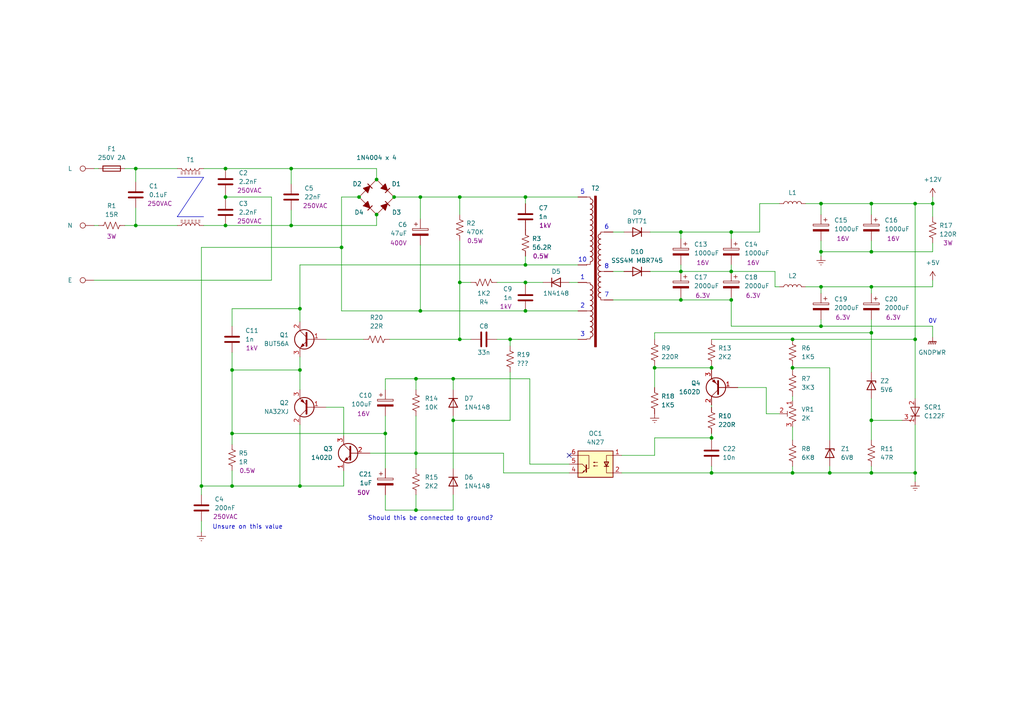
<source format=kicad_sch>
(kicad_sch (version 20230121) (generator eeschema)
  (paper "A4")
  (title_block (title "Dick Smith Cat Power Supply") (comment 2 "Schematic Redrawn by Rhys Weatherley"))
  (lib_symbols
    (symbol "Connector:TestPoint" (pin_numbers hide) (pin_names (offset 0.762) hide)
      (property "Reference" "TP" (at 0 6.858 0))
      (property "Value" "TestPoint" (at 0 5.08 0))
      (symbol "TestPoint_0_1"
        (circle (center 0 3.302) (radius 0.762))
      )
      (symbol "TestPoint_1_1"
        (pin passive line (at 0 0 90) (length 2.54) (name "1") (number "1"))
      )
    )
    (symbol "Device:C" (pin_numbers hide) (pin_names (offset 0.254))
      (property "Reference" "C" (at 0.635 2.54 0))
      (property "Value" "C" (at 0.635 -2.54 0))
      (symbol "C_0_1"
        (polyline (pts (xy -2.032 -0.762) (xy 2.032 -0.762)) (stroke (width 0.508)))
        (polyline (pts (xy -2.032 0.762) (xy 2.032 0.762)) (stroke (width 0.508)))
      )
      (symbol "C_1_1"
        (pin passive line (at 0 3.81 270) (length 2.794) (name "~") (number "1"))
        (pin passive line (at 0 -3.81 90) (length 2.794) (name "~") (number "2"))
      )
    )
    (symbol "Device:C_Polarized" (pin_numbers hide) (pin_names (offset 0.254))
      (property "Reference" "C" (at 0.635 2.54 0))
      (property "Value" "C_Polarized" (at 0.635 -2.54 0))
      (symbol "C_Polarized_0_1"
        (rectangle (start -2.286 0.508) (end 2.286 1.016))
        (polyline (pts (xy -1.778 2.286) (xy -0.762 2.286)))
        (polyline (pts (xy -1.27 2.794) (xy -1.27 1.778)))
        (rectangle (start 2.286 -0.508) (end -2.286 -1.016) (fill (type outline)))
      )
      (symbol "C_Polarized_1_1"
        (pin passive line (at 0 3.81 270) (length 2.794) (name "~") (number "1"))
        (pin passive line (at 0 -3.81 90) (length 2.794) (name "~") (number "2"))
      )
    )
    (symbol "Device:D" (pin_numbers hide) (pin_names (offset 1.016) hide)
      (property "Reference" "D" (at 0 2.54 0))
      (property "Value" "D" (at 0 -2.54 0))
      (symbol "D_0_1"
        (polyline (pts (xy -1.27 1.27) (xy -1.27 -1.27)) (stroke (width 0.254)))
        (polyline (pts (xy 1.27 0) (xy -1.27 0)))
        (polyline (pts (xy 1.27 1.27) (xy 1.27 -1.27) (xy -1.27 0) (xy 1.27 1.27)) (stroke (width 0.254)))
      )
      (symbol "D_1_1"
        (pin passive line (at -3.81 0 0) (length 2.54) (name "K") (number "1"))
        (pin passive line (at 3.81 0 180) (length 2.54) (name "A") (number "2"))
      )
    )
    (symbol "Device:D_45deg_Filled" (pin_numbers hide) (pin_names (offset 0) hide)
      (property "Reference" "D" (at 1.27 2.54 0))
      (property "Value" "D_45deg_Filled" (at 1.27 0 0))
      (symbol "D_45deg_Filled_0_1"
        (polyline (pts (xy -0.635 0.635) (xy -2.54 2.54)))
        (polyline (pts (xy 0 -1.27) (xy 1.27 0)) (stroke (width 0.254)))
        (polyline (pts (xy 2.54 -2.54) (xy 0.635 -0.635)))
      )
      (symbol "D_45deg_Filled_1_1"
        (polyline (pts (xy -1.27 0) (xy 0 1.27) (xy 0.635 -0.635) (xy -1.27 0)) (stroke (width 0.254)) (fill (type outline)))
        (pin passive line (at 2.54 -2.54 180) (length 0) (name "K") (number "1"))
        (pin passive line (at -2.54 2.54 0) (length 0) (name "A") (number "2"))
      )
    )
    (symbol "Device:D_Zener" (pin_numbers hide) (pin_names (offset 1.016) hide)
      (property "Reference" "D" (at 0 2.54 0))
      (property "Value" "D_Zener" (at 0 -2.54 0))
      (symbol "D_Zener_0_1"
        (polyline (pts (xy 1.27 0) (xy -1.27 0)))
        (polyline (pts (xy -1.27 -1.27) (xy -1.27 1.27) (xy -0.762 1.27)) (stroke (width 0.254)))
        (polyline (pts (xy 1.27 -1.27) (xy 1.27 1.27) (xy -1.27 0) (xy 1.27 -1.27)) (stroke (width 0.254)))
      )
      (symbol "D_Zener_1_1"
        (pin passive line (at -3.81 0 0) (length 2.54) (name "K") (number "1"))
        (pin passive line (at 3.81 0 180) (length 2.54) (name "A") (number "2"))
      )
    )
    (symbol "Device:Fuse" (pin_numbers hide) (pin_names (offset 0))
      (property "Reference" "F" (at 2.032 0 90))
      (property "Value" "Fuse" (at -1.905 0 90))
      (symbol "Fuse_0_1"
        (rectangle (start -0.762 -2.54) (end 0.762 2.54) (stroke (width 0.254)))
        (polyline (pts (xy 0 2.54) (xy 0 -2.54)))
      )
      (symbol "Fuse_1_1"
        (pin passive line (at 0 3.81 270) (length 1.27) (name "~") (number "1"))
        (pin passive line (at 0 -3.81 90) (length 1.27) (name "~") (number "2"))
      )
    )
    (symbol "Device:L" (pin_numbers hide) (pin_names (offset 1.016) hide)
      (property "Reference" "L" (at -1.27 0 90))
      (property "Value" "L" (at 1.905 0 90))
      (symbol "L_0_1"
        (arc (start 0 -2.54) (mid 0.6323 -1.905) (end 0 -1.27))
        (arc (start 0 -1.27) (mid 0.6323 -0.635) (end 0 0))
        (arc (start 0 0) (mid 0.6323 0.635) (end 0 1.27))
        (arc (start 0 1.27) (mid 0.6323 1.905) (end 0 2.54))
      )
      (symbol "L_1_1"
        (pin passive line (at 0 3.81 270) (length 1.27) (name "1") (number "1"))
        (pin passive line (at 0 -3.81 90) (length 1.27) (name "2") (number "2"))
      )
    )
    (symbol "Device:L_Ferrite" (pin_numbers hide) (pin_names (offset 1.016) hide)
      (property "Reference" "L" (at -1.27 0 90))
      (property "Value" "L_Ferrite" (at 2.794 0 90))
      (symbol "L_Ferrite_0_1"
        (arc (start 0 -2.54) (mid 0.6323 -1.905) (end 0 -1.27))
        (arc (start 0 -1.27) (mid 0.6323 -0.635) (end 0 0))
        (polyline (pts (xy 1.016 -2.794) (xy 1.016 -2.286)))
        (polyline (pts (xy 1.016 -1.778) (xy 1.016 -1.27)))
        (polyline (pts (xy 1.016 -0.762) (xy 1.016 -0.254)))
        (polyline (pts (xy 1.016 0.254) (xy 1.016 0.762)))
        (polyline (pts (xy 1.016 1.27) (xy 1.016 1.778)))
        (polyline (pts (xy 1.016 2.286) (xy 1.016 2.794)))
        (polyline (pts (xy 1.524 -2.286) (xy 1.524 -2.794)))
        (polyline (pts (xy 1.524 -1.27) (xy 1.524 -1.778)))
        (polyline (pts (xy 1.524 -0.254) (xy 1.524 -0.762)))
        (polyline (pts (xy 1.524 0.762) (xy 1.524 0.254)))
        (polyline (pts (xy 1.524 1.778) (xy 1.524 1.27)))
        (polyline (pts (xy 1.524 2.794) (xy 1.524 2.286)))
        (arc (start 0 0) (mid 0.6323 0.635) (end 0 1.27))
        (arc (start 0 1.27) (mid 0.6323 1.905) (end 0 2.54))
      )
      (symbol "L_Ferrite_1_1"
        (pin passive line (at 0 3.81 270) (length 1.27) (name "1") (number "1"))
        (pin passive line (at 0 -3.81 90) (length 1.27) (name "2") (number "2"))
      )
    )
    (symbol "Device:Q_NPN_BCE" (pin_names (offset 0) hide)
      (property "Reference" "Q" (at 5.08 1.27 0))
      (property "Value" "Q_NPN_BCE" (at 5.08 -1.27 0))
      (symbol "Q_NPN_BCE_0_1"
        (polyline (pts (xy 0.635 0.635) (xy 2.54 2.54)))
        (polyline (pts (xy 0.635 -0.635) (xy 2.54 -2.54) (xy 2.54 -2.54)))
        (polyline (pts (xy 0.635 1.905) (xy 0.635 -1.905) (xy 0.635 -1.905)) (stroke (width 0.508)))
        (polyline (pts (xy 1.27 -1.778) (xy 1.778 -1.27) (xy 2.286 -2.286) (xy 1.27 -1.778) (xy 1.27 -1.778)) (fill (type outline)))
        (circle (center 1.27 0) (radius 2.8194) (stroke (width 0.254)))
      )
      (symbol "Q_NPN_BCE_1_1"
        (pin input line (at -5.08 0 0) (length 5.715) (name "B") (number "1"))
        (pin passive line (at 2.54 5.08 270) (length 2.54) (name "C") (number "2"))
        (pin passive line (at 2.54 -5.08 90) (length 2.54) (name "E") (number "3"))
      )
    )
    (symbol "Device:Q_NPN_EBC" (pin_names (offset 0) hide)
      (property "Reference" "Q" (at 5.08 1.27 0))
      (property "Value" "Q_NPN_EBC" (at 5.08 -1.27 0))
      (symbol "Q_NPN_EBC_0_1"
        (polyline (pts (xy 0.635 0.635) (xy 2.54 2.54)))
        (polyline (pts (xy 0.635 -0.635) (xy 2.54 -2.54) (xy 2.54 -2.54)))
        (polyline (pts (xy 0.635 1.905) (xy 0.635 -1.905) (xy 0.635 -1.905)) (stroke (width 0.508)))
        (polyline (pts (xy 1.27 -1.778) (xy 1.778 -1.27) (xy 2.286 -2.286) (xy 1.27 -1.778) (xy 1.27 -1.778)) (fill (type outline)))
        (circle (center 1.27 0) (radius 2.8194) (stroke (width 0.254)))
      )
      (symbol "Q_NPN_EBC_1_1"
        (pin passive line (at 2.54 -5.08 90) (length 2.54) (name "E") (number "1"))
        (pin passive line (at -5.08 0 0) (length 5.715) (name "B") (number "2"))
        (pin passive line (at 2.54 5.08 270) (length 2.54) (name "C") (number "3"))
      )
    )
    (symbol "Device:Q_PNP_BCE" (pin_names (offset 0) hide)
      (property "Reference" "Q" (at 5.08 1.27 0))
      (property "Value" "Q_PNP_BCE" (at 5.08 -1.27 0))
      (symbol "Q_PNP_BCE_0_1"
        (polyline (pts (xy 0.635 0.635) (xy 2.54 2.54)))
        (polyline (pts (xy 0.635 -0.635) (xy 2.54 -2.54) (xy 2.54 -2.54)))
        (polyline (pts (xy 0.635 1.905) (xy 0.635 -1.905) (xy 0.635 -1.905)) (stroke (width 0.508)))
        (polyline (pts (xy 2.286 -1.778) (xy 1.778 -2.286) (xy 1.27 -1.27) (xy 2.286 -1.778) (xy 2.286 -1.778)) (fill (type outline)))
        (circle (center 1.27 0) (radius 2.8194) (stroke (width 0.254)))
      )
      (symbol "Q_PNP_BCE_1_1"
        (pin input line (at -5.08 0 0) (length 5.715) (name "B") (number "1"))
        (pin passive line (at 2.54 5.08 270) (length 2.54) (name "C") (number "2"))
        (pin passive line (at 2.54 -5.08 90) (length 2.54) (name "E") (number "3"))
      )
    )
    (symbol "Device:Q_SCR_KAG" (pin_names (offset 0) hide)
      (property "Reference" "D" (at 1.905 0.635 0))
      (property "Value" "Q_SCR_KAG" (at 1.905 -1.27 0))
      (symbol "Q_SCR_KAG_0_1"
        (polyline (pts (xy -1.27 -2.54) (xy -0.635 -1.27)))
        (polyline (pts (xy -1.27 -1.27) (xy 1.27 -1.27)) (stroke (width 0.2032)))
        (polyline (pts (xy 0 -2.54) (xy 0 2.54)))
        (polyline (pts (xy -1.27 1.27) (xy 1.27 1.27) (xy 0 -1.27) (xy -1.27 1.27)) (stroke (width 0.2032)))
      )
      (symbol "Q_SCR_KAG_1_1"
        (pin passive line (at 0 -3.81 90) (length 2.54) (name "K") (number "1"))
        (pin passive line (at 0 3.81 270) (length 2.54) (name "A") (number "2"))
        (pin input line (at -3.81 -2.54 0) (length 2.54) (name "G") (number "3"))
      )
    )
    (symbol "Device:R_Potentiometer_Trim_US" (pin_names (offset 1.016) hide)
      (property "Reference" "RV" (at -4.445 0 90))
      (property "Value" "R_Potentiometer_Trim_US" (at -2.54 0 90))
      (symbol "R_Potentiometer_Trim_US_0_1"
        (polyline (pts (xy 0 -2.286) (xy 0 -2.54)))
        (polyline (pts (xy 0 2.286) (xy 0 2.54)))
        (polyline (pts (xy 1.524 0.762) (xy 1.524 -0.762)))
        (polyline (pts (xy 2.54 0) (xy 1.524 0)))
        (polyline (pts (xy 0 -0.762) (xy 1.016 -1.143) (xy 0 -1.524) (xy -1.016 -1.905) (xy 0 -2.286)))
        (polyline (pts (xy 0 0.762) (xy 1.016 0.381) (xy 0 0) (xy -1.016 -0.381) (xy 0 -0.762)))
        (polyline (pts (xy 0 2.286) (xy 1.016 1.905) (xy 0 1.524) (xy -1.016 1.143) (xy 0 0.762)))
      )
      (symbol "R_Potentiometer_Trim_US_1_1"
        (pin passive line (at 0 3.81 270) (length 1.27) (name "1") (number "1"))
        (pin passive line (at 3.81 0 180) (length 1.27) (name "2") (number "2"))
        (pin passive line (at 0 -3.81 90) (length 1.27) (name "3") (number "3"))
      )
    )
    (symbol "Device:R_US" (pin_numbers hide) (pin_names (offset 0))
      (property "Reference" "R" (at 2.54 0 90))
      (property "Value" "R_US" (at -2.54 0 90))
      (symbol "R_US_0_1"
        (polyline (pts (xy 0 -2.286) (xy 0 -2.54)))
        (polyline (pts (xy 0 2.286) (xy 0 2.54)))
        (polyline (pts (xy 0 -0.762) (xy 1.016 -1.143) (xy 0 -1.524) (xy -1.016 -1.905) (xy 0 -2.286)))
        (polyline (pts (xy 0 0.762) (xy 1.016 0.381) (xy 0 0) (xy -1.016 -0.381) (xy 0 -0.762)))
        (polyline (pts (xy 0 2.286) (xy 1.016 1.905) (xy 0 1.524) (xy -1.016 1.143) (xy 0 0.762)))
      )
      (symbol "R_US_1_1"
        (pin passive line (at 0 3.81 270) (length 1.27) (name "~") (number "1"))
        (pin passive line (at 0 -3.81 90) (length 1.27) (name "~") (number "2"))
      )
    )
    (symbol "Diode:1N4148" (pin_numbers hide) (pin_names hide)
      (property "Reference" "D" (at 0 2.54 0))
      (property "Value" "1N4148" (at 0 -2.54 0))
      (symbol "1N4148_0_1"
        (polyline (pts (xy -1.27 1.27) (xy -1.27 -1.27)) (stroke (width 0.254)))
        (polyline (pts (xy 1.27 0) (xy -1.27 0)))
        (polyline (pts (xy 1.27 1.27) (xy 1.27 -1.27) (xy -1.27 0) (xy 1.27 1.27)) (stroke (width 0.254)))
      )
      (symbol "1N4148_1_1"
        (pin passive line (at -3.81 0 0) (length 2.54) (name "K") (number "1"))
        (pin passive line (at 3.81 0 180) (length 2.54) (name "A") (number "2"))
      )
    )
    (symbol "Isolator:4N27" (pin_names (offset 1.016))
      (property "Reference" "U" (at -5.08 5.08 0))
      (property "Value" "4N27" (at 0 5.08 0))
      (symbol "4N27_0_1"
        (rectangle (start -5.08 3.81) (end 5.08 -3.81) (stroke (width 0.254)) (fill (type background)))
        (polyline (pts (xy -3.81 -0.635) (xy -2.54 -0.635)) (stroke (width 0.254)))
        (polyline (pts (xy 2.667 -1.397) (xy 3.81 -2.54)))
        (polyline (pts (xy 2.667 -1.143) (xy 3.81 0)))
        (polyline (pts (xy 3.81 -2.54) (xy 5.08 -2.54)))
        (polyline (pts (xy 3.81 0) (xy 5.08 0)))
        (polyline (pts (xy 2.667 -0.254) (xy 2.667 -2.286) (xy 2.667 -2.286)) (stroke (width 0.3556)))
        (polyline (pts (xy -5.08 -2.54) (xy -3.175 -2.54) (xy -3.175 2.54) (xy -5.08 2.54)))
        (polyline (pts (xy -3.175 -0.635) (xy -3.81 0.635) (xy -2.54 0.635) (xy -3.175 -0.635)) (stroke (width 0.254)))
        (polyline (pts (xy 3.683 -2.413) (xy 3.429 -1.905) (xy 3.175 -2.159) (xy 3.683 -2.413)))
        (polyline (pts (xy 5.08 2.54) (xy 1.905 2.54) (xy 1.905 -1.27) (xy 2.54 -1.27)))
        (polyline (pts (xy -0.635 -0.508) (xy 0.635 -0.508) (xy 0.254 -0.635) (xy 0.254 -0.381) (xy 0.635 -0.508)))
        (polyline (pts (xy -0.635 0.508) (xy 0.635 0.508) (xy 0.254 0.381) (xy 0.254 0.635) (xy 0.635 0.508)))
      )
      (symbol "4N27_1_1"
        (pin passive line (at -7.62 2.54 0) (length 2.54) (name "~") (number "1"))
        (pin passive line (at -7.62 -2.54 0) (length 2.54) (name "~") (number "2"))
        (pin no_connect line (at -5.08 0 0) (length 2.54) hide (name "NC") (number "3"))
        (pin passive line (at 7.62 -2.54 180) (length 2.54) (name "~") (number "4"))
        (pin passive line (at 7.62 0 180) (length 2.54) (name "~") (number "5"))
        (pin passive line (at 7.62 2.54 180) (length 2.54) (name "~") (number "6"))
      )
    )
    (symbol "Transformer_T2:Transformer_T2" (pin_numbers hide) (pin_names (offset 0))
      (property "Reference" "TR" (at 0 13.97 0))
      (property "Value" "Transformer_T2" (at 0 -33.528 0))
      (symbol "Transformer_T2_0_1"
        (arc (start -1.524 3.048) (mid -0.7653 3.81) (end -1.524 4.572) (stroke (width 0.2032)))
        (arc (start -1.524 4.572) (mid -0.7653 5.334) (end -1.524 6.096) (stroke (width 0.2032)))
        (arc (start -1.524 6.096) (mid -0.7653 6.858) (end -1.524 7.62) (stroke (width 0.2032)))
        (arc (start -1.524 7.62) (mid -0.7653 8.382) (end -1.524 9.144) (stroke (width 0.2032)))
        (arc (start -1.524 9.144) (mid -0.7653 9.906) (end -1.524 10.668) (stroke (width 0.2032)))
        (arc (start -1.524 10.668) (mid -0.7653 11.43) (end -1.524 12.192) (stroke (width 0.2032)))
        (arc (start -1.5207 -27.94) (mid -0.762 -27.178) (end -1.5207 -26.416) (stroke (width 0.2032)))
        (arc (start -1.5207 -26.416) (mid -0.762 -25.654) (end -1.5207 -24.892) (stroke (width 0.2032)))
        (arc (start -1.5207 -24.892) (mid -0.762 -24.13) (end -1.5207 -23.368) (stroke (width 0.2032)))
        (arc (start -1.5207 -17.272) (mid -0.762 -16.51) (end -1.5207 -15.748) (stroke (width 0.2032)))
        (arc (start -1.5207 -15.748) (mid -0.762 -14.986) (end -1.5207 -14.224) (stroke (width 0.2032)))
        (arc (start -1.5207 -14.224) (mid -0.762 -13.462) (end -1.5207 -12.7) (stroke (width 0.2032)))
        (arc (start -1.5207 -6.096) (mid -0.762 -5.334) (end -1.5207 -4.572) (stroke (width 0.2032)))
        (arc (start -1.5207 -4.572) (mid -0.762 -3.81) (end -1.5207 -3.048) (stroke (width 0.2032)))
        (arc (start -1.5207 -3.048) (mid -0.762 -2.286) (end -1.5207 -1.524) (stroke (width 0.2032)))
        (arc (start -1.5207 -1.524) (mid -0.762 -0.762) (end -1.5207 0) (stroke (width 0.2032)))
        (arc (start -1.5207 0) (mid -0.762 0.762) (end -1.5207 1.524) (stroke (width 0.2032)))
        (arc (start -1.5207 1.524) (mid -0.762 2.286) (end -1.5207 3.048) (stroke (width 0.2032)))
        (arc (start -1.5174 -23.368) (mid -0.7587 -22.606) (end -1.5174 -21.844) (stroke (width 0.2032)))
        (arc (start -1.5174 -21.844) (mid -0.7587 -21.082) (end -1.5174 -20.32) (stroke (width 0.2032)))
        (arc (start -1.5174 -20.32) (mid -0.7587 -19.558) (end -1.5174 -18.796) (stroke (width 0.2032)))
        (arc (start -1.5174 -18.796) (mid -0.7587 -18.034) (end -1.5174 -17.272) (stroke (width 0.2032)))
        (rectangle (start -0.254 12.954) (end 0.254 -30.734) (stroke (width 0.254)) (fill (type outline)))
        (polyline (pts (xy 2.54 -8.89) (xy 1.524 -8.89)))
        (polyline (pts (xy -1.5207 -20.32) (xy -2.5367 -20.32) (xy -2.5367 -20.32)) (fill (type outline)))
        (polyline (pts (xy -1.524 -6.096) (xy -1.524 -6.858) (xy -2.54 -6.858) (xy -2.54 -7.112)))
        (polyline (pts (xy -1.524 12.192) (xy -1.524 12.7) (xy -2.54 12.7) (xy -2.54 12.7)))
        (polyline (pts (xy -1.5207 -27.94) (xy -1.5207 -28.448) (xy -2.5367 -28.448) (xy -2.5367 -28.448)))
        (polyline (pts (xy -1.5207 -12.7) (xy -1.5207 -12.192) (xy -2.5367 -12.192) (xy -2.5367 -12.192)))
        (polyline (pts (xy 1.524 2.032) (xy 1.524 2.54) (xy 2.54 2.54) (xy 2.54 2.54)))
        (polyline (pts (xy 1.524 -16.51) (xy 1.524 -17.145) (xy 2.54 -17.145) (xy 2.54 -17.145) (xy 2.54 -17.145) (xy 2.54 -17.145)))
        (arc (start 1.5207 -14.986) (mid 0.762 -15.748) (end 1.5207 -16.51) (stroke (width 0.2032)))
        (arc (start 1.5207 -7.112) (mid 0.6765 -8.0026) (end 1.524 -8.89) (stroke (width 0.2032)))
        (arc (start 1.5207 -5.588) (mid 0.762 -6.35) (end 1.5207 -7.112) (stroke (width 0.2032)))
        (arc (start 1.5207 -4.064) (mid 0.762 -4.826) (end 1.5207 -5.588) (stroke (width 0.2032)))
        (arc (start 1.524 -13.462) (mid 0.7653 -14.224) (end 1.524 -14.986) (stroke (width 0.2032)))
        (arc (start 1.524 -11.938) (mid 0.7653 -12.7) (end 1.524 -13.462) (stroke (width 0.2032)))
        (arc (start 1.524 -10.414) (mid 0.7653 -11.176) (end 1.524 -11.938) (stroke (width 0.2032)))
        (arc (start 1.524 -8.89) (mid 0.7653 -9.652) (end 1.524 -10.414) (stroke (width 0.2032)))
        (arc (start 1.524 -2.54) (mid 0.7653 -3.302) (end 1.524 -4.064) (stroke (width 0.2032)))
        (arc (start 1.524 -1.016) (mid 0.7653 -1.778) (end 1.524 -2.54) (stroke (width 0.2032)))
        (arc (start 1.524 0.508) (mid 0.7653 -0.254) (end 1.524 -1.016) (stroke (width 0.2032)))
        (arc (start 1.524 2.032) (mid 0.7653 1.27) (end 1.524 0.508) (stroke (width 0.2032)))
      )
      (symbol "Transformer_T2_1_1"
        (pin passive line (at 5.08 2.54 180) (length 2.54) (name "~") (number "1"))
        (pin passive line (at -5.08 12.7 0) (length 2.54) (name "~") (number "10"))
        (pin passive line (at 5.08 -8.89 180) (length 2.54) (name "~") (number "2"))
        (pin passive line (at 5.08 -17.145 180) (length 2.54) (name "~") (number "4"))
        (pin passive line (at -5.08 -28.575 0) (length 2.54) (name "~") (number "5"))
        (pin passive line (at -5.08 -20.32 0) (length 2.54) (name "~") (number "6"))
        (pin passive line (at -5.08 -12.065 0) (length 2.54) (name "~") (number "7"))
        (pin passive line (at -5.08 -6.985 0) (length 2.54) (name "~") (number "8"))
      )
    )
    (symbol "power:+12V" (power) (pin_names (offset 0))
      (property "Value" "+12V" (at 0 3.556 0))
      (symbol "+12V_0_1"
        (polyline (pts (xy -0.762 1.27) (xy 0 2.54)))
        (polyline (pts (xy 0 0) (xy 0 2.54)))
        (polyline (pts (xy 0 2.54) (xy 0.762 1.27)))
      )
      (symbol "+12V_1_1"
        (pin power_in line (at 0 0 90) (length 0) hide (name "+12V") (number "1"))
      )
    )
    (symbol "power:+5V" (power) (pin_names (offset 0))
      (property "Value" "+5V" (at 0 3.556 0))
      (symbol "+5V_0_1"
        (polyline (pts (xy -0.762 1.27) (xy 0 2.54)))
        (polyline (pts (xy 0 0) (xy 0 2.54)))
        (polyline (pts (xy 0 2.54) (xy 0.762 1.27)))
      )
      (symbol "+5V_1_1"
        (pin power_in line (at 0 0 90) (length 0) hide (name "+5V") (number "1"))
      )
    )
    (symbol "power:Earth" (power) (pin_names (offset 0))
      (symbol "Earth_0_1"
        (polyline (pts (xy -0.635 -1.905) (xy 0.635 -1.905)))
        (polyline (pts (xy -0.127 -2.54) (xy 0.127 -2.54)))
        (polyline (pts (xy 0 -1.27) (xy 0 0)))
        (polyline (pts (xy 1.27 -1.27) (xy -1.27 -1.27)))
      )
      (symbol "Earth_1_1"
        (pin power_in line (at 0 0 270) (length 0) hide (name "Earth") (number "1"))
      )
    )
    (symbol "power:GNDPWR" (power) (pin_names (offset 0))
      (property "Value" "GNDPWR" (at 0 -3.302 0))
      (symbol "GNDPWR_0_1"
        (polyline (pts (xy 0 -1.27) (xy 0 0)))
        (polyline (pts (xy -1.016 -1.27) (xy -1.27 -2.032) (xy -1.27 -2.032)) (stroke (width 0.2032)))
        (polyline (pts (xy -0.508 -1.27) (xy -0.762 -2.032) (xy -0.762 -2.032)) (stroke (width 0.2032)))
        (polyline (pts (xy 0 -1.27) (xy -0.254 -2.032) (xy -0.254 -2.032)) (stroke (width 0.2032)))
        (polyline (pts (xy 0.508 -1.27) (xy 0.254 -2.032) (xy 0.254 -2.032)) (stroke (width 0.2032)))
        (polyline (pts (xy 1.016 -1.27) (xy -1.016 -1.27) (xy -1.016 -1.27)) (stroke (width 0.2032)))
        (polyline (pts (xy 1.016 -1.27) (xy 0.762 -2.032) (xy 0.762 -2.032) (xy 0.762 -2.032)) (stroke (width 0.2032)))
      )
      (symbol "GNDPWR_1_1"
        (pin power_in line (at 0 0 270) (length 0) hide (name "GNDPWR") (number "1"))
      )
    )
  )
  (junction (at 189.865 106.68))
  (junction (at 212.09 78.74))
  (junction (at 252.73 59.055))
  (junction (at 84.455 48.895))
  (junction (at 67.31 140.97))
  (junction (at 39.37 48.895))
  (junction (at 152.4 57.15))
  (junction (at 238.125 83.185))
  (junction (at 197.485 78.74))
  (junction (at 65.405 48.895))
  (junction (at 252.73 73.025))
  (junction (at 120.65 147.955))
  (junction (at 197.485 67.31))
  (junction (at 229.87 98.425))
  (junction (at 212.09 67.31))
  (junction (at 252.73 83.185))
  (junction (at 133.35 57.15))
  (junction (at 58.42 140.97))
  (junction (at 147.955 98.425))
  (junction (at 99.06 71.755))
  (junction (at 121.92 57.15))
  (junction (at 86.995 89.535))
  (junction (at 67.31 125.73))
  (junction (at 240.665 137.16))
  (junction (at 65.405 65.405))
  (junction (at 238.125 59.055))
  (junction (at 86.995 140.97))
  (junction (at 265.43 137.16))
  (junction (at 67.31 107.315))
  (junction (at 197.485 86.995))
  (junction (at 206.375 106.68))
  (junction (at 131.445 121.92))
  (junction (at 238.125 94.615))
  (junction (at 133.35 81.915))
  (junction (at 270.51 59.055))
  (junction (at 39.37 65.405))
  (junction (at 152.4 76.835))
  (junction (at 111.76 125.73))
  (junction (at 252.73 121.92))
  (junction (at 229.87 106.68))
  (junction (at 86.995 107.315))
  (junction (at 152.4 81.915))
  (junction (at 114.3 57.15))
  (junction (at 104.14 57.15))
  (junction (at 133.35 98.425))
  (junction (at 120.65 109.855))
  (junction (at 109.22 62.23))
  (junction (at 65.405 57.15))
  (junction (at 265.43 59.055))
  (junction (at 252.73 137.16))
  (junction (at 206.375 137.16))
  (junction (at 229.87 137.16))
  (junction (at 84.455 65.405))
  (junction (at 212.09 86.995))
  (junction (at 121.92 90.17))
  (junction (at 152.4 90.17))
  (junction (at 265.43 98.425))
  (junction (at 206.375 127))
  (junction (at 131.445 109.855))
  (junction (at 252.73 96.52))
  (junction (at 238.125 73.025))
  (junction (at 109.22 52.07))
  (junction (at 120.65 131.445))
  (no_connect (at 165.1 132.08))
  (wire (pts (xy 252.73 115.57) (xy 252.73 121.92)))
  (wire (pts (xy 120.65 147.955) (xy 111.76 147.955)))
  (wire (pts (xy 131.445 120.65) (xy 131.445 121.92)))
  (wire (pts (xy 114.3 57.15) (xy 121.92 57.15)))
  (wire (pts (xy 99.06 90.17) (xy 99.06 71.755)))
  (wire (pts (xy 153.67 109.855) (xy 153.67 134.62)))
  (wire (pts (xy 189.865 106.68) (xy 206.375 106.68)))
  (wire (pts (xy 212.09 94.615) (xy 212.09 86.995)))
  (wire (pts (xy 120.65 120.65) (xy 120.65 131.445)))
  (wire (pts (xy 67.31 107.315) (xy 86.995 107.315)))
  (wire (pts (xy 86.995 93.345) (xy 86.995 89.535)))
  (wire (pts (xy 229.87 114.935) (xy 229.87 116.205)))
  (wire (pts (xy 133.35 98.425) (xy 136.525 98.425)))
  (wire (pts (xy 65.405 57.15) (xy 65.405 57.785)))
  (wire (pts (xy 131.445 121.92) (xy 131.445 135.89)))
  (wire (pts (xy 189.865 127) (xy 189.865 132.08)))
  (wire (pts (xy 188.595 78.74) (xy 197.485 78.74)))
  (wire (pts (xy 222.25 120.015) (xy 226.06 120.015)))
  (wire (pts (xy 67.31 107.315) (xy 67.31 102.235)))
  (wire (pts (xy 238.125 74.295) (xy 238.125 73.025)))
  (wire (pts (xy 197.485 67.31) (xy 212.09 67.31)))
  (wire (pts (xy 36.195 65.405) (xy 39.37 65.405)))
  (wire (pts (xy 121.92 71.12) (xy 121.92 90.17)))
  (wire (pts (xy 270.51 57.15) (xy 270.51 59.055)))
  (wire (pts (xy 27.305 65.405) (xy 28.575 65.405)))
  (wire (pts (xy 240.665 135.255) (xy 240.665 137.16)))
  (wire (pts (xy 229.87 106.68) (xy 229.87 107.315)))
  (wire (pts (xy 238.125 83.185) (xy 252.73 83.185)))
  (wire (pts (xy 120.65 131.445) (xy 120.65 135.89)))
  (wire (pts (xy 109.22 48.895) (xy 109.22 52.07)))
  (wire (pts (xy 206.375 135.255) (xy 206.375 137.16)))
  (wire (pts (xy 153.67 134.62) (xy 165.1 134.62)))
  (wire (pts (xy 58.42 140.97) (xy 58.42 71.755)))
  (wire (pts (xy 189.865 98.425) (xy 189.865 96.52)))
  (wire (pts (xy 133.35 69.85) (xy 133.35 81.915)))
  (wire (pts (xy 58.42 71.755) (xy 99.06 71.755)))
  (polyline (pts (xy 51.435 62.865) (xy 51.4135 62.7504)))
  (wire (pts (xy 265.43 137.16) (xy 265.43 139.7)))
  (wire (pts (xy 197.485 78.74) (xy 197.485 76.835)))
  (wire (pts (xy 197.485 69.215) (xy 197.485 67.31)))
  (wire (pts (xy 131.445 143.51) (xy 131.445 147.955)))
  (wire (pts (xy 177.8 67.31) (xy 180.975 67.31)))
  (wire (pts (xy 86.995 89.535) (xy 86.995 76.835)))
  (polyline (pts (xy 51.435 51.435) (xy 59.055 51.435)))
  (wire (pts (xy 111.76 125.73) (xy 111.76 135.89)))
  (wire (pts (xy 212.09 86.36) (xy 212.09 86.995)))
  (wire (pts (xy 206.375 127) (xy 189.865 127)))
  (wire (pts (xy 94.615 118.11) (xy 99.695 118.11)))
  (wire (pts (xy 229.87 137.16) (xy 240.665 137.16)))
  (wire (pts (xy 84.455 48.895) (xy 65.405 48.895)))
  (wire (pts (xy 270.51 62.865) (xy 270.51 59.055)))
  (wire (pts (xy 224.79 83.185) (xy 224.79 78.74)))
  (wire (pts (xy 84.455 60.96) (xy 84.455 65.405)))
  (wire (pts (xy 111.76 125.73) (xy 67.31 125.73)))
  (polyline (pts (xy 59.055 51.435) (xy 51.435 62.865)))
  (wire (pts (xy 222.25 112.395) (xy 222.25 120.015)))
  (wire (pts (xy 252.73 83.185) (xy 270.51 83.185)))
  (wire (pts (xy 229.87 106.045) (xy 229.87 106.68)))
  (wire (pts (xy 189.865 132.08) (xy 180.34 132.08)))
  (wire (pts (xy 147.955 121.92) (xy 131.445 121.92)))
  (wire (pts (xy 133.35 57.15) (xy 152.4 57.15)))
  (wire (pts (xy 152.4 57.15) (xy 167.64 57.15)))
  (wire (pts (xy 67.31 136.525) (xy 67.31 140.97)))
  (wire (pts (xy 67.31 140.97) (xy 58.42 140.97)))
  (wire (pts (xy 86.995 107.315) (xy 86.995 113.03)))
  (wire (pts (xy 152.4 90.17) (xy 121.92 90.17)))
  (wire (pts (xy 229.87 123.825) (xy 229.87 127.635)))
  (wire (pts (xy 78.74 81.28) (xy 78.74 57.15)))
  (wire (pts (xy 240.665 127.635) (xy 240.665 106.68)))
  (wire (pts (xy 99.695 136.525) (xy 99.695 140.97)))
  (wire (pts (xy 121.92 57.15) (xy 121.92 63.5)))
  (wire (pts (xy 39.37 65.405) (xy 39.37 60.325)))
  (wire (pts (xy 67.31 125.73) (xy 67.31 107.315)))
  (wire (pts (xy 252.73 96.52) (xy 252.73 107.95)))
  (polyline (pts (xy 51.435 62.865) (xy 59.055 62.865)))
  (wire (pts (xy 144.145 81.915) (xy 152.4 81.915)))
  (wire (pts (xy 167.64 76.835) (xy 152.4 76.835)))
  (wire (pts (xy 59.055 48.895) (xy 65.405 48.895)))
  (wire (pts (xy 265.43 137.16) (xy 252.73 137.16)))
  (wire (pts (xy 206.375 106.045) (xy 206.375 106.68)))
  (wire (pts (xy 121.92 57.15) (xy 133.35 57.15)))
  (wire (pts (xy 131.445 109.855) (xy 131.445 113.03)))
  (wire (pts (xy 265.43 98.425) (xy 265.43 59.055)))
  (wire (pts (xy 99.06 71.755) (xy 99.06 57.15)))
  (wire (pts (xy 252.73 59.055) (xy 252.73 62.23)))
  (wire (pts (xy 84.455 65.405) (xy 65.405 65.405)))
  (wire (pts (xy 165.1 81.915) (xy 167.64 81.915)))
  (wire (pts (xy 206.375 106.68) (xy 206.375 107.315)))
  (wire (pts (xy 27.305 48.895) (xy 28.575 48.895)))
  (wire (pts (xy 99.06 57.15) (xy 104.14 57.15)))
  (wire (pts (xy 147.955 98.425) (xy 147.955 100.33)))
  (wire (pts (xy 152.4 90.17) (xy 167.64 90.17)))
  (wire (pts (xy 220.345 59.055) (xy 220.345 67.31)))
  (wire (pts (xy 39.37 48.895) (xy 39.37 52.705)))
  (wire (pts (xy 212.09 76.835) (xy 212.09 78.74)))
  (wire (pts (xy 67.31 89.535) (xy 86.995 89.535)))
  (wire (pts (xy 111.76 113.03) (xy 111.76 109.855)))
  (wire (pts (xy 65.405 57.15) (xy 78.74 57.15)))
  (wire (pts (xy 157.48 81.915) (xy 152.4 81.915)))
  (wire (pts (xy 270.51 94.615) (xy 238.125 94.615)))
  (wire (pts (xy 109.22 65.405) (xy 109.22 62.23)))
  (wire (pts (xy 270.51 97.79) (xy 270.51 94.615)))
  (wire (pts (xy 99.695 140.97) (xy 86.995 140.97)))
  (wire (pts (xy 86.995 123.19) (xy 86.995 140.97)))
  (wire (pts (xy 189.865 96.52) (xy 252.73 96.52)))
  (wire (pts (xy 120.65 143.51) (xy 120.65 147.955)))
  (wire (pts (xy 165.1 137.16) (xy 146.05 137.16)))
  (wire (pts (xy 233.68 83.185) (xy 238.125 83.185)))
  (wire (pts (xy 177.8 78.74) (xy 180.975 78.74)))
  (wire (pts (xy 197.485 78.74) (xy 212.09 78.74)))
  (wire (pts (xy 270.51 81.28) (xy 270.51 83.185)))
  (wire (pts (xy 131.445 147.955) (xy 120.65 147.955)))
  (wire (pts (xy 226.06 83.185) (xy 224.79 83.185)))
  (wire (pts (xy 39.37 65.405) (xy 51.435 65.405)))
  (wire (pts (xy 86.995 140.97) (xy 67.31 140.97)))
  (wire (pts (xy 133.35 81.915) (xy 136.525 81.915)))
  (wire (pts (xy 229.87 135.255) (xy 229.87 137.16)))
  (wire (pts (xy 252.73 83.185) (xy 252.73 85.09)))
  (wire (pts (xy 265.43 59.055) (xy 270.51 59.055)))
  (wire (pts (xy 111.76 109.855) (xy 120.65 109.855)))
  (wire (pts (xy 206.375 98.425) (xy 229.87 98.425)))
  (wire (pts (xy 238.125 94.615) (xy 212.09 94.615)))
  (wire (pts (xy 107.315 131.445) (xy 120.65 131.445)))
  (wire (pts (xy 84.455 48.895) (xy 109.22 48.895)))
  (wire (pts (xy 265.43 123.19) (xy 265.43 137.16)))
  (wire (pts (xy 252.73 59.055) (xy 265.43 59.055)))
  (wire (pts (xy 113.03 98.425) (xy 133.35 98.425)))
  (wire (pts (xy 240.665 106.68) (xy 229.87 106.68)))
  (wire (pts (xy 189.865 106.045) (xy 189.865 106.68)))
  (wire (pts (xy 226.06 59.055) (xy 220.345 59.055)))
  (wire (pts (xy 67.31 94.615) (xy 67.31 89.535)))
  (wire (pts (xy 27.305 81.28) (xy 78.74 81.28)))
  (wire (pts (xy 238.125 69.85) (xy 238.125 73.025)))
  (wire (pts (xy 238.125 73.025) (xy 252.73 73.025)))
  (wire (pts (xy 152.4 57.15) (xy 152.4 59.055)))
  (wire (pts (xy 111.76 147.955) (xy 111.76 143.51)))
  (wire (pts (xy 206.375 137.16) (xy 229.87 137.16)))
  (wire (pts (xy 252.73 121.92) (xy 252.73 127.635)))
  (wire (pts (xy 133.35 57.15) (xy 133.35 62.23)))
  (wire (pts (xy 224.79 78.74) (xy 212.09 78.74)))
  (wire (pts (xy 206.375 125.73) (xy 206.375 127)))
  (wire (pts (xy 252.73 73.025) (xy 270.51 73.025)))
  (wire (pts (xy 270.51 73.025) (xy 270.51 70.485)))
  (wire (pts (xy 252.73 69.85) (xy 252.73 73.025)))
  (wire (pts (xy 265.43 115.57) (xy 265.43 98.425)))
  (wire (pts (xy 220.345 67.31) (xy 212.09 67.31)))
  (wire (pts (xy 238.125 92.71) (xy 238.125 94.615)))
  (wire (pts (xy 206.375 117.475) (xy 206.375 118.11)))
  (wire (pts (xy 177.8 86.995) (xy 197.485 86.995)))
  (wire (pts (xy 36.195 48.895) (xy 39.37 48.895)))
  (wire (pts (xy 252.73 92.71) (xy 252.73 96.52)))
  (wire (pts (xy 84.455 53.34) (xy 84.455 48.895)))
  (wire (pts (xy 213.995 112.395) (xy 222.25 112.395)))
  (wire (pts (xy 99.695 118.11) (xy 99.695 126.365)))
  (wire (pts (xy 197.485 67.31) (xy 188.595 67.31)))
  (wire (pts (xy 39.37 48.895) (xy 51.435 48.895)))
  (wire (pts (xy 152.4 76.835) (xy 152.4 74.295)))
  (wire (pts (xy 131.445 109.855) (xy 153.67 109.855)))
  (wire (pts (xy 238.125 59.055) (xy 238.125 62.23)))
  (wire (pts (xy 59.055 65.405) (xy 65.405 65.405)))
  (wire (pts (xy 146.05 131.445) (xy 120.65 131.445)))
  (wire (pts (xy 206.375 127) (xy 206.375 127.635)))
  (wire (pts (xy 197.485 86.36) (xy 197.485 86.995)))
  (wire (pts (xy 229.87 98.425) (xy 265.43 98.425)))
  (wire (pts (xy 84.455 65.405) (xy 109.22 65.405)))
  (wire (pts (xy 152.4 81.915) (xy 152.4 82.55)))
  (wire (pts (xy 120.65 109.855) (xy 120.65 113.03)))
  (wire (pts (xy 252.73 137.16) (xy 252.73 135.255)))
  (wire (pts (xy 238.125 59.055) (xy 252.73 59.055)))
  (wire (pts (xy 146.05 137.16) (xy 146.05 131.445)))
  (wire (pts (xy 180.34 137.16) (xy 206.375 137.16)))
  (wire (pts (xy 58.42 143.51) (xy 58.42 140.97)))
  (wire (pts (xy 67.31 128.905) (xy 67.31 125.73)))
  (wire (pts (xy 233.68 59.055) (xy 238.125 59.055)))
  (wire (pts (xy 147.955 98.425) (xy 167.64 98.425)))
  (wire (pts (xy 111.76 120.65) (xy 111.76 125.73)))
  (wire (pts (xy 144.145 98.425) (xy 147.955 98.425)))
  (wire (pts (xy 121.92 90.17) (xy 99.06 90.17)))
  (wire (pts (xy 94.615 98.425) (xy 105.41 98.425)))
  (wire (pts (xy 120.65 109.855) (xy 131.445 109.855)))
  (wire (pts (xy 212.09 67.31) (xy 212.09 69.215)))
  (wire (pts (xy 58.42 151.13) (xy 58.42 154.305)))
  (wire (pts (xy 252.73 121.92) (xy 261.62 121.92)))
  (wire (pts (xy 238.125 85.09) (xy 238.125 83.185)))
  (wire (pts (xy 86.995 76.835) (xy 152.4 76.835)))
  (wire (pts (xy 65.405 56.515) (xy 65.405 57.15)))
  (wire (pts (xy 197.485 86.995) (xy 212.09 86.995)))
  (wire (pts (xy 189.865 106.68) (xy 189.865 112.395)))
  (wire (pts (xy 133.35 81.915) (xy 133.35 98.425)))
  (wire (pts (xy 240.665 137.16) (xy 252.73 137.16)))
  (wire (pts (xy 86.995 103.505) (xy 86.995 107.315)))
  (wire (pts (xy 147.955 107.95) (xy 147.955 121.92)))
  (text "8" (at 175.26 78.105 0) (effects (font (size 1.27 1.27)) (justify left bottom)))
  (text "10" (at 167.64 76.2 0) (effects (font (size 1.27 1.27)) (justify left bottom)))
  (text "Should this be connected to ground?" (at 106.68 151.13 0) (effects (font (size 1.27 1.27)) (justify left bottom)))
  (text "1" (at 168.275 81.28 0) (effects (font (size 1.27 1.27)) (justify left bottom)))
  (text "7" (at 175.26 86.36 0) (effects (font (size 1.27 1.27)) (justify left bottom)))
  (text "6" (at 175.26 66.675 0) (effects (font (size 1.27 1.27)) (justify left bottom)))
  (text "3" (at 168.275 97.79 0) (effects (font (size 1.27 1.27)) (justify left bottom)))
  (text "2" (at 168.275 89.535 0) (effects (font (size 1.27 1.27)) (justify left bottom)))
  (text "Unsure on this value" (at 61.595 153.67 0) (effects (font (size 1.27 1.27)) (justify left bottom)))
  (text "5" (at 168.275 56.515 0) (effects (font (size 1.27 1.27)) (justify left bottom)))
  (text "0V" (at 269.24 93.98 0) (effects (font (size 1.27 1.27)) (justify left bottom)))
  (symbol (lib_id "Isolator:4N27") (at 172.72 134.62 0) (mirror y) (unit 1)
    (property "Reference" "OC1" (at 172.72 125.73 0))
    (property "Value" "4N27" (at 172.72 128.27 0))
    (property "Footprint" "Package_DIP:DIP-6_W7.62mm" (effects hide))
    (property "Datasheet" "https://www.vishay.com/docs/83725/4n25.pdf" (effects hide))
  )
  (symbol (lib_id "Device:R_US") (at 140.335 81.915 90) (mirror x) (unit 1)
    (property "Reference" "R4" (at 140.335 87.63 90))
    (property "Value" "1K2" (at 140.335 85.09 90))
  )
  (symbol (lib_id "Device:R_US") (at 270.51 66.675 0) (unit 1)
    (property "Reference" "R17" (at 272.415 65.405 0) (effects (justify left)))
    (property "Value" "120R" (at 272.415 67.945 0) (effects (justify left)))
    (property "Rating" "3W" (at 274.955 70.485 0))
  )
  (symbol (lib_id "Device:R_US") (at 152.4 70.485 0) (unit 1)
    (property "Reference" "R3" (at 154.305 69.215 0) (effects (justify left)))
    (property "Value" "56.2R" (at 154.305 71.755 0) (effects (justify left)))
    (property "Rating" "0.5W" (at 156.845 74.295 0))
  )
  (symbol (lib_id "Device:C") (at 39.37 56.515 0) (unit 1)
    (property "Reference" "C1" (at 43.18 53.975 0) (effects (justify left)))
    (property "Value" "0.1uF" (at 43.18 56.515 0) (effects (justify left)))
    (property "Rating" "250VAC" (at 46.355 59.055 0))
  )
  (symbol (lib_id "Device:R_Potentiometer_Trim_US") (at 229.87 120.015 0) (mirror y) (unit 1)
    (property "Reference" "VR1" (at 232.41 118.745 0) (effects (justify right)))
    (property "Value" "2K" (at 232.41 121.285 0) (effects (justify right)))
  )
  (symbol (lib_id "Device:C_Polarized") (at 252.73 88.9 0) (mirror y) (unit 1)
    (property "Reference" "C20" (at 256.54 86.741 0) (effects (justify right)))
    (property "Value" "2000uF" (at 256.54 89.281 0) (effects (justify right)))
    (property "Rating" "6.3V" (at 259.08 92.075 0))
  )
  (symbol (lib_id "Device:Q_PNP_BCE") (at 208.915 112.395 180) (unit 1)
    (property "Reference" "Q4" (at 203.2 111.125 0) (effects (justify left)))
    (property "Value" "1602D" (at 203.2 113.665 0) (effects (justify left)))
  )
  (symbol (lib_id "Device:C_Polarized") (at 197.485 82.55 0) (mirror y) (unit 1)
    (property "Reference" "C17" (at 201.295 80.391 0) (effects (justify right)))
    (property "Value" "2000uF" (at 201.295 82.931 0) (effects (justify right)))
    (property "Rating" "6.3V" (at 203.835 85.725 0))
  )
  (symbol (lib_id "Device:R_US") (at 229.87 131.445 0) (unit 1)
    (property "Reference" "R8" (at 232.41 130.175 0) (effects (justify left)))
    (property "Value" "6K8" (at 232.41 132.715 0) (effects (justify left)))
  )
  (symbol (lib_id "Device:D_Zener") (at 240.665 131.445 270) (unit 1)
    (property "Reference" "Z1" (at 243.84 130.175 90) (effects (justify left)))
    (property "Value" "6V8" (at 243.84 132.715 90) (effects (justify left)))
  )
  (symbol (lib_id "Device:C_Polarized") (at 238.125 88.9 0) (mirror y) (unit 1)
    (property "Reference" "C19" (at 241.935 86.741 0) (effects (justify right)))
    (property "Value" "2000uF" (at 241.935 89.281 0) (effects (justify right)))
    (property "Rating" "6.3V" (at 244.475 92.075 0))
  )
  (symbol (lib_id "Device:C_Polarized") (at 238.125 66.04 0) (mirror y) (unit 1)
    (property "Reference" "C15" (at 241.935 63.881 0) (effects (justify right)))
    (property "Value" "1000uF" (at 241.935 66.421 0) (effects (justify right)))
    (property "Rating" "16V" (at 244.475 69.215 0))
  )
  (symbol (lib_id "Device:R_US") (at 109.22 98.425 90) (unit 1)
    (property "Reference" "R20" (at 109.22 92.075 90))
    (property "Value" "22R" (at 109.22 94.615 90))
  )
  (symbol (lib_id "Device:C_Polarized") (at 111.76 139.7 0) (unit 1)
    (property "Reference" "C21" (at 107.95 137.541 0) (effects (justify right)))
    (property "Value" "1uF" (at 107.95 140.081 0) (effects (justify right)))
    (property "Rating" "50V" (at 105.41 142.875 0))
  )
  (symbol (lib_id "Device:Q_NPN_BCE") (at 89.535 98.425 0) (mirror y) (unit 1)
    (property "Reference" "Q1" (at 83.82 97.155 0) (effects (justify left)))
    (property "Value" "BUT56A" (at 83.82 99.695 0) (effects (justify left)))
    (property "Footprint" "Package_TO_SOT_THT:TO-220-3_Vertical" (effects hide))
  )
  (symbol (lib_id "power:Earth") (at 58.42 154.305 0) (unit 1)
    (property "Reference" "#PWR01" (effects hide))
    (property "Value" "Earth" (effects hide))
  )
  (symbol (lib_id "Device:Q_PNP_BCE") (at 89.535 118.11 180) (unit 1)
    (property "Reference" "Q2" (at 83.82 116.84 0) (effects (justify left)))
    (property "Value" "NA32XJ" (at 83.82 119.38 0) (effects (justify left)))
  )
  (symbol (lib_id "power:Earth") (at 189.865 120.015 0) (unit 1)
    (property "Reference" "#PWR07" (effects hide))
    (property "Value" "Earth" (effects hide))
  )
  (symbol (lib_id "Connector:TestPoint") (at 27.305 81.28 90) (unit 1)
    (property "Reference" "TP3" (effects hide))
    (property "Value" "E" (at 20.32 81.28 90))
  )
  (symbol (lib_id "Transformer_T2:Transformer_T2") (at 172.72 69.85 0) (unit 1)
    (property "Reference" "T2" (at 172.72 54.61 0))
    (property "Value" "Transformer_T2" (effects hide))
  )
  (symbol (lib_id "power:+5V") (at 270.51 81.28 0) (unit 1)
    (property "Reference" "#PWR04" (effects hide))
    (property "Value" "+5V" (at 270.51 76.2 0))
  )
  (symbol (lib_id "Device:Q_SCR_KAG") (at 265.43 119.38 0) (unit 1)
    (property "Reference" "SCR1" (at 267.97 118.11 0) (effects (justify left)))
    (property "Value" "C122F" (at 267.97 120.65 0) (effects (justify left)))
  )
  (symbol (lib_id "power:+12V") (at 270.51 57.15 0) (unit 1)
    (property "Reference" "#PWR02" (effects hide))
    (property "Value" "+12V" (at 270.51 52.07 0))
  )
  (symbol (lib_id "Device:C_Polarized") (at 121.92 67.31 0) (unit 1)
    (property "Reference" "C6" (at 118.11 65.151 0) (effects (justify right)))
    (property "Value" "47uF" (at 118.11 67.691 0) (effects (justify right)))
    (property "Rating" "400V" (at 115.57 70.485 0))
  )
  (symbol (lib_id "Device:L") (at 229.87 83.185 90) (unit 1)
    (property "Reference" "L2" (at 229.87 80.01 90))
    (property "Value" "L" (effects hide))
  )
  (symbol (lib_id "Device:R_US") (at 189.865 116.205 0) (unit 1)
    (property "Reference" "R18" (at 191.77 114.935 0) (effects (justify left)))
    (property "Value" "1K5" (at 191.77 117.475 0) (effects (justify left)))
  )
  (symbol (lib_id "Device:R_US") (at 133.35 66.04 0) (unit 1)
    (property "Reference" "R2" (at 135.255 64.77 0) (effects (justify left)))
    (property "Value" "470K" (at 135.255 67.31 0) (effects (justify left)))
    (property "Rating" "0.5W" (at 137.795 69.85 0))
  )
  (symbol (lib_id "Device:C_Polarized") (at 252.73 66.04 0) (mirror y) (unit 1)
    (property "Reference" "C16" (at 256.54 63.881 0) (effects (justify right)))
    (property "Value" "1000uF" (at 256.54 66.421 0) (effects (justify right)))
    (property "Rating" "16V" (at 259.08 69.215 0))
  )
  (symbol (lib_id "Device:D") (at 184.785 67.31 180) (unit 1)
    (property "Reference" "D9" (at 184.785 61.595 0))
    (property "Value" "BYT71" (at 184.785 64.135 0))
    (property "Sim.Device" "D" (effects hide))
    (property "Sim.Pins" "1=K 2=A" (effects hide))
  )
  (symbol (lib_id "Device:C_Polarized") (at 197.485 73.025 0) (mirror y) (unit 1)
    (property "Reference" "C13" (at 201.295 70.866 0) (effects (justify right)))
    (property "Value" "1000uF" (at 201.295 73.406 0) (effects (justify right)))
    (property "Rating" "16V" (at 203.835 76.2 0))
  )
  (symbol (lib_id "Device:R_US") (at 32.385 65.405 90) (unit 1)
    (property "Reference" "R1" (at 32.385 59.69 90))
    (property "Value" "15R" (at 32.385 62.23 90))
    (property "Rating" "3W" (at 32.385 68.58 90))
  )
  (symbol (lib_id "Device:R_US") (at 189.865 102.235 0) (unit 1)
    (property "Reference" "R9" (at 191.77 100.965 0) (effects (justify left)))
    (property "Value" "220R" (at 191.77 103.505 0) (effects (justify left)))
  )
  (symbol (lib_id "Device:L_Ferrite") (at 55.245 65.405 90) (unit 1)
    (property "Reference" "T999" (effects hide))
    (property "Value" "L_Ferrite" (effects hide))
  )
  (symbol (lib_id "Device:R_US") (at 120.65 116.84 0) (unit 1)
    (property "Reference" "R14" (at 123.19 115.57 0) (effects (justify left)))
    (property "Value" "10K" (at 123.19 118.11 0) (effects (justify left)))
  )
  (symbol (lib_id "Connector:TestPoint") (at 27.305 65.405 90) (unit 1)
    (property "Reference" "TP2" (effects hide))
    (property "Value" "N" (at 20.32 65.405 90))
  )
  (symbol (lib_id "Device:C_Polarized") (at 212.09 82.55 0) (mirror y) (unit 1)
    (property "Reference" "C18" (at 215.9 80.391 0) (effects (justify right)))
    (property "Value" "2000uF" (at 215.9 82.931 0) (effects (justify right)))
    (property "Rating" "6.3V" (at 218.44 85.725 0))
  )
  (symbol (lib_id "Device:C") (at 152.4 86.36 0) (mirror y) (unit 1)
    (property "Reference" "C9" (at 148.59 83.82 0) (effects (justify left)))
    (property "Value" "1n" (at 148.59 86.36 0) (effects (justify left)))
    (property "Rating" "1kV" (at 146.685 88.9 0))
  )
  (symbol (lib_id "power:GNDPWR") (at 270.51 97.79 0) (unit 1)
    (property "Reference" "#PWR05" (effects hide))
    (property "Value" "GNDPWR" (at 270.383 102.235 0))
  )
  (symbol (lib_id "Device:D_Zener") (at 252.73 111.76 270) (unit 1)
    (property "Reference" "Z2" (at 255.27 110.49 90) (effects (justify left)))
    (property "Value" "5V6" (at 255.27 113.03 90) (effects (justify left)))
  )
  (symbol (lib_id "Device:R_US") (at 229.87 111.125 0) (unit 1)
    (property "Reference" "R7" (at 232.41 109.855 0) (effects (justify left)))
    (property "Value" "3K3" (at 232.41 112.395 0) (effects (justify left)))
  )
  (symbol (lib_id "Device:C") (at 67.31 98.425 0) (unit 1)
    (property "Reference" "C11" (at 71.12 95.885 0) (effects (justify left)))
    (property "Value" "1n" (at 71.12 98.425 0) (effects (justify left)))
    (property "Rating" "1kV" (at 73.025 100.965 0))
  )
  (symbol (lib_id "Diode:1N4148") (at 161.29 81.915 0) (unit 1)
    (property "Reference" "D5" (at 161.29 78.74 0))
    (property "Value" "1N4148" (at 161.29 85.09 0))
    (property "Footprint" "Diode_THT:D_DO-35_SOD27_P7.62mm_Horizontal" (effects hide))
    (property "Datasheet" "https://assets.nexperia.com/documents/data-sheet/1N4148_1N4448.pdf" (effects hide))
    (property "Sim.Device" "D" (effects hide))
    (property "Sim.Pins" "1=K 2=A" (effects hide))
  )
  (symbol (lib_id "Diode:1N4148") (at 131.445 116.84 270) (unit 1)
    (property "Reference" "D7" (at 134.62 115.57 90) (effects (justify left)))
    (property "Value" "1N4148" (at 134.62 118.11 90) (effects (justify left)))
    (property "Footprint" "Diode_THT:D_DO-35_SOD27_P7.62mm_Horizontal" (effects hide))
    (property "Datasheet" "https://assets.nexperia.com/documents/data-sheet/1N4148_1N4448.pdf" (effects hide))
    (property "Sim.Device" "D" (effects hide))
    (property "Sim.Pins" "1=K 2=A" (effects hide))
  )
  (symbol (lib_id "Device:C") (at 65.405 52.705 0) (unit 1)
    (property "Reference" "C2" (at 69.215 50.165 0) (effects (justify left)))
    (property "Value" "2.2nF" (at 69.215 52.705 0) (effects (justify left)))
    (property "Rating" "250VAC" (at 72.39 55.245 0))
  )
  (symbol (lib_id "Device:Fuse") (at 32.385 48.895 90) (unit 1)
    (property "Reference" "F1" (at 32.385 43.18 90))
    (property "Value" "250V 2A" (at 32.385 45.72 90))
  )
  (symbol (lib_id "power:Earth") (at 238.125 74.295 0) (unit 1)
    (property "Reference" "#PWR03" (effects hide))
    (property "Value" "Earth" (effects hide))
  )
  (symbol (lib_id "power:Earth") (at 265.43 139.7 0) (unit 1)
    (property "Reference" "#PWR06" (effects hide))
    (property "Value" "Earth" (effects hide))
  )
  (symbol (lib_id "Device:R_US") (at 229.87 102.235 0) (unit 1)
    (property "Reference" "R6" (at 232.41 100.965 0) (effects (justify left)))
    (property "Value" "1K5" (at 232.41 103.505 0) (effects (justify left)))
  )
  (symbol (lib_id "Device:Q_NPN_EBC") (at 102.235 131.445 0) (mirror y) (unit 1)
    (property "Reference" "Q3" (at 96.52 130.175 0) (effects (justify left)))
    (property "Value" "1402D" (at 96.52 132.715 0) (effects (justify left)))
  )
  (symbol (lib_id "Device:L") (at 229.87 59.055 90) (unit 1)
    (property "Reference" "L1" (at 229.87 55.88 90))
    (property "Value" "L" (effects hide))
  )
  (symbol (lib_id "Device:C") (at 152.4 62.865 0) (unit 1)
    (property "Reference" "C7" (at 156.21 60.325 0) (effects (justify left)))
    (property "Value" "1n" (at 156.21 62.865 0) (effects (justify left)))
    (property "Rating" "1kV" (at 158.115 65.405 0))
  )
  (symbol (lib_id "Device:D_45deg_Filled") (at 106.68 54.61 90) (unit 1)
    (property "Reference" "D2" (at 102.235 53.34 90) (effects (justify right)))
    (property "Value" "1N4004" (effects hide))
    (property "Sim.Device" "D" (effects hide))
    (property "Sim.Pins" "1=K 2=A" (effects hide))
  )
  (symbol (lib_id "Device:D_45deg_Filled") (at 106.68 59.69 0) (unit 1)
    (property "Reference" "D4" (at 104.14 61.595 0))
    (property "Value" "1N4004" (effects hide))
    (property "Sim.Device" "D" (effects hide))
    (property "Sim.Pins" "1=K 2=A" (effects hide))
  )
  (symbol (lib_id "Device:D_45deg_Filled") (at 111.76 59.69 90) (unit 1)
    (property "Reference" "D3" (at 113.665 61.595 90) (effects (justify right)))
    (property "Value" "1N4004" (effects hide))
    (property "Sim.Device" "D" (effects hide))
    (property "Sim.Pins" "1=K 2=A" (effects hide))
  )
  (symbol (lib_id "Device:C_Polarized") (at 111.76 116.84 0) (unit 1)
    (property "Reference" "C10" (at 107.95 114.681 0) (effects (justify right)))
    (property "Value" "100uF" (at 107.95 117.221 0) (effects (justify right)))
    (property "Rating" "16V" (at 105.41 120.015 0))
  )
  (symbol (lib_id "Device:C") (at 84.455 57.15 0) (unit 1)
    (property "Reference" "C5" (at 88.265 54.61 0) (effects (justify left)))
    (property "Value" "22nF" (at 88.265 57.15 0) (effects (justify left)))
    (property "Rating" "250VAC" (at 91.44 59.69 0))
  )
  (symbol (lib_id "Device:R_US") (at 147.955 104.14 0) (unit 1)
    (property "Reference" "R19" (at 149.86 102.87 0) (effects (justify left)))
    (property "Value" "???" (at 149.86 105.41 0) (effects (justify left)))
  )
  (symbol (lib_id "Device:R_US") (at 67.31 132.715 0) (unit 1)
    (property "Reference" "R5" (at 69.215 131.445 0) (effects (justify left)))
    (property "Value" "1R" (at 69.215 133.985 0) (effects (justify left)))
    (property "Rating" "0.5W" (at 71.755 136.525 0))
  )
  (symbol (lib_id "Device:C_Polarized") (at 212.09 73.025 0) (mirror y) (unit 1)
    (property "Reference" "C14" (at 215.9 70.866 0) (effects (justify right)))
    (property "Value" "1000uF" (at 215.9 73.406 0) (effects (justify right)))
    (property "Rating" "16V" (at 218.44 76.2 0))
  )
  (symbol (lib_id "Device:C") (at 206.375 131.445 0) (unit 1)
    (property "Reference" "C22" (at 209.55 130.175 0) (effects (justify left)))
    (property "Value" "10n" (at 209.55 132.715 0) (effects (justify left)))
  )
  (symbol (lib_id "Device:R_US") (at 252.73 131.445 0) (unit 1)
    (property "Reference" "R11" (at 255.27 130.175 0) (effects (justify left)))
    (property "Value" "47R" (at 255.27 132.715 0) (effects (justify left)))
  )
  (symbol (lib_id "Device:C") (at 65.405 61.595 0) (unit 1)
    (property "Reference" "C3" (at 69.215 59.055 0) (effects (justify left)))
    (property "Value" "2.2nF" (at 69.215 61.595 0) (effects (justify left)))
    (property "Rating" "250VAC" (at 72.39 64.135 0))
  )
  (symbol (lib_id "Device:R_US") (at 206.375 102.235 0) (unit 1)
    (property "Reference" "R13" (at 208.28 100.965 0) (effects (justify left)))
    (property "Value" "2K2" (at 208.28 103.505 0) (effects (justify left)))
  )
  (symbol (lib_id "Connector:TestPoint") (at 27.305 48.895 90) (unit 1)
    (property "Reference" "TP1" (effects hide))
    (property "Value" "L" (at 20.32 48.895 90))
  )
  (symbol (lib_id "Device:D_45deg_Filled") (at 111.76 54.61 0) (unit 1)
    (property "Reference" "D1" (at 114.935 53.34 0))
    (property "Value" "1N4004 x 4" (at 109.22 45.72 0))
    (property "Sim.Device" "D" (effects hide))
    (property "Sim.Pins" "1=K 2=A" (effects hide))
  )
  (symbol (lib_id "Device:L_Ferrite") (at 55.245 48.895 90) (mirror x) (unit 1)
    (property "Reference" "T1" (at 55.245 46.355 90))
    (property "Value" "L_Ferrite" (effects hide))
  )
  (symbol (lib_id "Device:D") (at 184.785 78.74 180) (unit 1)
    (property "Reference" "D10" (at 184.785 73.025 0))
    (property "Value" "SSS4M MBR745" (at 184.785 75.565 0))
    (property "Sim.Device" "D" (effects hide))
    (property "Sim.Pins" "1=K 2=A" (effects hide))
  )
  (symbol (lib_id "Diode:1N4148") (at 131.445 139.7 270) (unit 1)
    (property "Reference" "D6" (at 134.62 138.43 90) (effects (justify left)))
    (property "Value" "1N4148" (at 134.62 140.97 90) (effects (justify left)))
    (property "Footprint" "Diode_THT:D_DO-35_SOD27_P7.62mm_Horizontal" (effects hide))
    (property "Datasheet" "https://assets.nexperia.com/documents/data-sheet/1N4148_1N4448.pdf" (effects hide))
    (property "Sim.Device" "D" (effects hide))
    (property "Sim.Pins" "1=K 2=A" (effects hide))
  )
  (symbol (lib_id "Device:R_US") (at 206.375 121.92 0) (unit 1)
    (property "Reference" "R10" (at 208.28 120.65 0) (effects (justify left)))
    (property "Value" "220R" (at 208.28 123.19 0) (effects (justify left)))
  )
  (symbol (lib_id "Device:R_US") (at 120.65 139.7 0) (unit 1)
    (property "Reference" "R15" (at 123.19 138.43 0) (effects (justify left)))
    (property "Value" "2K2" (at 123.19 140.97 0) (effects (justify left)))
  )
  (symbol (lib_id "Device:C") (at 140.335 98.425 90) (unit 1)
    (property "Reference" "C8" (at 140.335 94.615 90))
    (property "Value" "33n" (at 140.335 102.235 90))
  )
  (symbol (lib_id "Device:C") (at 58.42 147.32 0) (unit 1)
    (property "Reference" "C4" (at 62.23 144.78 0) (effects (justify left)))
    (property "Value" "200nF" (at 62.23 147.32 0) (effects (justify left)))
    (property "Rating" "250VAC" (at 65.405 149.86 0))
  )
)
</source>
